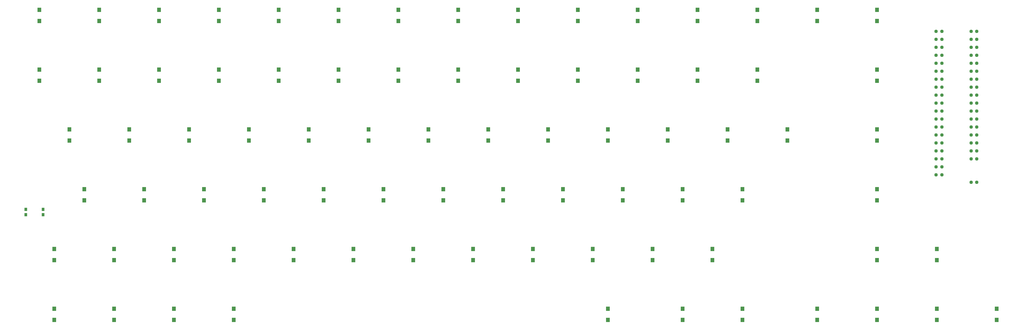
<source format=gbr>
%TF.GenerationSoftware,KiCad,Pcbnew,7.0.10*%
%TF.CreationDate,2024-01-23T11:20:41-03:00*%
%TF.ProjectId,PCB,5043422e-6b69-4636-9164-5f7063625858,V1.0*%
%TF.SameCoordinates,Original*%
%TF.FileFunction,Paste,Top*%
%TF.FilePolarity,Positive*%
%FSLAX46Y46*%
G04 Gerber Fmt 4.6, Leading zero omitted, Abs format (unit mm)*
G04 Created by KiCad (PCBNEW 7.0.10) date 2024-01-23 11:20:41*
%MOMM*%
%LPD*%
G01*
G04 APERTURE LIST*
G04 Aperture macros list*
%AMRoundRect*
0 Rectangle with rounded corners*
0 $1 Rounding radius*
0 $2 $3 $4 $5 $6 $7 $8 $9 X,Y pos of 4 corners*
0 Add a 4 corners polygon primitive as box body*
4,1,4,$2,$3,$4,$5,$6,$7,$8,$9,$2,$3,0*
0 Add four circle primitives for the rounded corners*
1,1,$1+$1,$2,$3*
1,1,$1+$1,$4,$5*
1,1,$1+$1,$6,$7*
1,1,$1+$1,$8,$9*
0 Add four rect primitives between the rounded corners*
20,1,$1+$1,$2,$3,$4,$5,0*
20,1,$1+$1,$4,$5,$6,$7,0*
20,1,$1+$1,$6,$7,$8,$9,0*
20,1,$1+$1,$8,$9,$2,$3,0*%
G04 Aperture macros list end*
%ADD10R,1.300000X1.400000*%
%ADD11RoundRect,0.237500X0.250000X0.237500X-0.250000X0.237500X-0.250000X-0.237500X0.250000X-0.237500X0*%
%ADD12RoundRect,0.237500X-0.250000X-0.237500X0.250000X-0.237500X0.250000X0.237500X-0.250000X0.237500X0*%
%ADD13R,0.914000X1.000000*%
G04 APERTURE END LIST*
D10*
%TO.C,D17*%
X65881250Y-58925000D03*
X65881250Y-55375000D03*
%TD*%
%TO.C,D71*%
X51593750Y-135125000D03*
X51593750Y-131575000D03*
%TD*%
%TO.C,D24*%
X199231250Y-58925000D03*
X199231250Y-55375000D03*
%TD*%
%TO.C,D13*%
X275431250Y-39875000D03*
X275431250Y-36325000D03*
%TD*%
D11*
%TO.C,R26*%
X345281250Y-68583796D03*
X343456250Y-68583796D03*
%TD*%
D12*
%TO.C,R36*%
X332335500Y-53340000D03*
X334160500Y-53340000D03*
%TD*%
D10*
%TO.C,D12*%
X256381250Y-39875000D03*
X256381250Y-36325000D03*
%TD*%
%TO.C,D57*%
X51593750Y-116075000D03*
X51593750Y-112525000D03*
%TD*%
%TO.C,D22*%
X161131250Y-58925000D03*
X161131250Y-55375000D03*
%TD*%
D12*
%TO.C,R30*%
X332335500Y-63500000D03*
X334160500Y-63500000D03*
%TD*%
D10*
%TO.C,D60*%
X108743750Y-116075000D03*
X108743750Y-112525000D03*
%TD*%
%TO.C,D9*%
X199231250Y-39875000D03*
X199231250Y-36325000D03*
%TD*%
D11*
%TO.C,R18*%
X345281250Y-76203796D03*
X343456250Y-76203796D03*
%TD*%
D10*
%TO.C,D3*%
X84931250Y-39875000D03*
X84931250Y-36325000D03*
%TD*%
%TO.C,D33*%
X113506250Y-77975000D03*
X113506250Y-74425000D03*
%TD*%
%TO.C,D10*%
X218281250Y-39875000D03*
X218281250Y-36325000D03*
%TD*%
%TO.C,D29*%
X313531250Y-58925000D03*
X313531250Y-55375000D03*
%TD*%
D12*
%TO.C,R2*%
X332335500Y-86360000D03*
X334160500Y-86360000D03*
%TD*%
D10*
%TO.C,D43*%
X313531250Y-77975000D03*
X313531250Y-74425000D03*
%TD*%
D11*
%TO.C,R24*%
X345281250Y-45723796D03*
X343456250Y-45723796D03*
%TD*%
D10*
%TO.C,D27*%
X256381250Y-58925000D03*
X256381250Y-55375000D03*
%TD*%
%TO.C,D78*%
X294481250Y-135125000D03*
X294481250Y-131575000D03*
%TD*%
%TO.C,D64*%
X184943750Y-116075000D03*
X184943750Y-112525000D03*
%TD*%
%TO.C,D44*%
X61118750Y-97025000D03*
X61118750Y-93475000D03*
%TD*%
%TO.C,D31*%
X75406250Y-77975000D03*
X75406250Y-74425000D03*
%TD*%
D12*
%TO.C,R3*%
X343456250Y-73663796D03*
X345281250Y-73663796D03*
%TD*%
D11*
%TO.C,R25*%
X345281250Y-43183796D03*
X343456250Y-43183796D03*
%TD*%
D10*
%TO.C,D34*%
X132556250Y-77975000D03*
X132556250Y-74425000D03*
%TD*%
D11*
%TO.C,R17*%
X345281250Y-78743796D03*
X343456250Y-78743796D03*
%TD*%
D10*
%TO.C,D63*%
X165893750Y-116075000D03*
X165893750Y-112525000D03*
%TD*%
D12*
%TO.C,R6*%
X332335500Y-43180000D03*
X334160500Y-43180000D03*
%TD*%
D10*
%TO.C,D77*%
X270668750Y-135125000D03*
X270668750Y-131575000D03*
%TD*%
%TO.C,D38*%
X208756250Y-77975000D03*
X208756250Y-74425000D03*
%TD*%
%TO.C,D35*%
X151606250Y-77975000D03*
X151606250Y-74425000D03*
%TD*%
%TO.C,D16*%
X46831250Y-58925000D03*
X46831250Y-55375000D03*
%TD*%
%TO.C,D39*%
X227806250Y-77975000D03*
X227806250Y-74425000D03*
%TD*%
D12*
%TO.C,R5*%
X343456250Y-71123796D03*
X345281250Y-71123796D03*
%TD*%
D11*
%TO.C,R20*%
X345281250Y-55883796D03*
X343456250Y-55883796D03*
%TD*%
D10*
%TO.C,D21*%
X142081250Y-58925000D03*
X142081250Y-55375000D03*
%TD*%
%TO.C,D48*%
X137318750Y-97025000D03*
X137318750Y-93475000D03*
%TD*%
%TO.C,D40*%
X246856250Y-77975000D03*
X246856250Y-74425000D03*
%TD*%
%TO.C,D45*%
X80168750Y-97025000D03*
X80168750Y-93475000D03*
%TD*%
D11*
%TO.C,R23*%
X345281250Y-48263796D03*
X343456250Y-48263796D03*
%TD*%
D10*
%TO.C,D26*%
X237331250Y-58925000D03*
X237331250Y-55375000D03*
%TD*%
%TO.C,D62*%
X146843750Y-116075000D03*
X146843750Y-112525000D03*
%TD*%
%TO.C,D67*%
X242093750Y-116075000D03*
X242093750Y-112525000D03*
%TD*%
D12*
%TO.C,R8*%
X332335500Y-58420000D03*
X334160500Y-58420000D03*
%TD*%
%TO.C,R32*%
X332335500Y-68580000D03*
X334160500Y-68580000D03*
%TD*%
%TO.C,R31*%
X332335500Y-66040000D03*
X334160500Y-66040000D03*
%TD*%
D10*
%TO.C,D2*%
X65881250Y-39875000D03*
X65881250Y-36325000D03*
%TD*%
D12*
%TO.C,R4*%
X332335500Y-45720000D03*
X334160500Y-45720000D03*
%TD*%
D10*
%TO.C,D1*%
X46831250Y-39875000D03*
X46831250Y-36325000D03*
%TD*%
D11*
%TO.C,R14*%
X345281250Y-60963796D03*
X343456250Y-60963796D03*
%TD*%
D10*
%TO.C,D15*%
X313531250Y-39875000D03*
X313531250Y-36325000D03*
%TD*%
%TO.C,D66*%
X223043750Y-116075000D03*
X223043750Y-112525000D03*
%TD*%
D11*
%TO.C,R27*%
X345281250Y-66043796D03*
X343456250Y-66043796D03*
%TD*%
D10*
%TO.C,D20*%
X123031250Y-58925000D03*
X123031250Y-55375000D03*
%TD*%
%TO.C,D53*%
X232568750Y-97025000D03*
X232568750Y-93475000D03*
%TD*%
%TO.C,D65*%
X203993750Y-116075000D03*
X203993750Y-112525000D03*
%TD*%
%TO.C,D73*%
X89693750Y-135125000D03*
X89693750Y-131575000D03*
%TD*%
%TO.C,D46*%
X99218750Y-97025000D03*
X99218750Y-93475000D03*
%TD*%
%TO.C,D7*%
X161131250Y-39875000D03*
X161131250Y-36325000D03*
%TD*%
%TO.C,D8*%
X180181250Y-39875000D03*
X180181250Y-36325000D03*
%TD*%
%TO.C,D79*%
X313531250Y-135125000D03*
X313531250Y-131575000D03*
%TD*%
%TO.C,D68*%
X261143750Y-116075000D03*
X261143750Y-112525000D03*
%TD*%
D12*
%TO.C,R1*%
X332335500Y-88900000D03*
X334160500Y-88900000D03*
%TD*%
D10*
%TO.C,D56*%
X313531250Y-97025000D03*
X313531250Y-93475000D03*
%TD*%
%TO.C,D32*%
X94456250Y-77975000D03*
X94456250Y-74425000D03*
%TD*%
%TO.C,D52*%
X213518750Y-97025000D03*
X213518750Y-93475000D03*
%TD*%
%TO.C,D61*%
X127793750Y-116075000D03*
X127793750Y-112525000D03*
%TD*%
%TO.C,D75*%
X227806250Y-135125000D03*
X227806250Y-131575000D03*
%TD*%
D11*
%TO.C,R15*%
X345281250Y-83823796D03*
X343456250Y-83823796D03*
%TD*%
D10*
%TO.C,D36*%
X170656250Y-77975000D03*
X170656250Y-74425000D03*
%TD*%
%TO.C,D5*%
X123031250Y-39875000D03*
X123031250Y-36325000D03*
%TD*%
D11*
%TO.C,R16*%
X345281250Y-81283796D03*
X343456250Y-81283796D03*
%TD*%
%TO.C,R34*%
X345281250Y-58423796D03*
X343456250Y-58423796D03*
%TD*%
D10*
%TO.C,D28*%
X275431250Y-58925000D03*
X275431250Y-55375000D03*
%TD*%
%TO.C,D19*%
X103981250Y-58925000D03*
X103981250Y-55375000D03*
%TD*%
D12*
%TO.C,R12*%
X332335500Y-81280000D03*
X334160500Y-81280000D03*
%TD*%
%TO.C,R37*%
X343456250Y-91281250D03*
X345281250Y-91281250D03*
%TD*%
%TO.C,R35*%
X332335500Y-50800000D03*
X334160500Y-50800000D03*
%TD*%
D11*
%TO.C,R21*%
X345281250Y-53343796D03*
X343456250Y-53343796D03*
%TD*%
D10*
%TO.C,D25*%
X218281250Y-58925000D03*
X218281250Y-55375000D03*
%TD*%
%TO.C,D30*%
X56356250Y-77975000D03*
X56356250Y-74425000D03*
%TD*%
D11*
%TO.C,R9*%
X334160500Y-73660000D03*
X332335500Y-73660000D03*
%TD*%
D10*
%TO.C,D14*%
X294481250Y-39875000D03*
X294481250Y-36325000D03*
%TD*%
%TO.C,D42*%
X284956250Y-77975000D03*
X284956250Y-74425000D03*
%TD*%
%TO.C,D37*%
X189706250Y-77975000D03*
X189706250Y-74425000D03*
%TD*%
D12*
%TO.C,R33*%
X332335500Y-55880000D03*
X334160500Y-55880000D03*
%TD*%
D10*
%TO.C,D41*%
X265906250Y-77975000D03*
X265906250Y-74425000D03*
%TD*%
%TO.C,D81*%
X351631250Y-135125000D03*
X351631250Y-131575000D03*
%TD*%
D12*
%TO.C,R29*%
X332335500Y-60960000D03*
X334160500Y-60960000D03*
%TD*%
D10*
%TO.C,D4*%
X103981250Y-39875000D03*
X103981250Y-36325000D03*
%TD*%
%TO.C,D50*%
X175418750Y-97025000D03*
X175418750Y-93475000D03*
%TD*%
%TO.C,D6*%
X142081250Y-39875000D03*
X142081250Y-36325000D03*
%TD*%
%TO.C,D23*%
X180181250Y-58925000D03*
X180181250Y-55375000D03*
%TD*%
%TO.C,D55*%
X270668750Y-97025000D03*
X270668750Y-93475000D03*
%TD*%
%TO.C,D49*%
X156368750Y-97025000D03*
X156368750Y-93475000D03*
%TD*%
D12*
%TO.C,R10*%
X332335500Y-83820000D03*
X334160500Y-83820000D03*
%TD*%
D11*
%TO.C,R7*%
X334160500Y-71120000D03*
X332335500Y-71120000D03*
%TD*%
%TO.C,R19*%
X345281250Y-63503796D03*
X343456250Y-63503796D03*
%TD*%
%TO.C,R13*%
X334160500Y-78740000D03*
X332335500Y-78740000D03*
%TD*%
D10*
%TO.C,D47*%
X118268750Y-97025000D03*
X118268750Y-93475000D03*
%TD*%
%TO.C,D76*%
X251618750Y-135125000D03*
X251618750Y-131575000D03*
%TD*%
%TO.C,D51*%
X194468750Y-97025000D03*
X194468750Y-93475000D03*
%TD*%
%TO.C,D58*%
X70643750Y-116075000D03*
X70643750Y-112525000D03*
%TD*%
%TO.C,D74*%
X108743750Y-135125000D03*
X108743750Y-131575000D03*
%TD*%
%TO.C,D80*%
X332581250Y-135125000D03*
X332581250Y-131575000D03*
%TD*%
D12*
%TO.C,R28*%
X332335500Y-48260000D03*
X334160500Y-48260000D03*
%TD*%
D10*
%TO.C,D69*%
X313531250Y-116075000D03*
X313531250Y-112525000D03*
%TD*%
%TO.C,D18*%
X84931250Y-58925000D03*
X84931250Y-55375000D03*
%TD*%
%TO.C,D11*%
X237331250Y-39875000D03*
X237331250Y-36325000D03*
%TD*%
D11*
%TO.C,R11*%
X334160500Y-76200000D03*
X332335500Y-76200000D03*
%TD*%
%TO.C,R22*%
X345281250Y-50803796D03*
X343456250Y-50803796D03*
%TD*%
D10*
%TO.C,D59*%
X89693750Y-116075000D03*
X89693750Y-112525000D03*
%TD*%
%TO.C,D54*%
X251618750Y-97025000D03*
X251618750Y-93475000D03*
%TD*%
%TO.C,D70*%
X332581250Y-116075000D03*
X332581250Y-112525000D03*
%TD*%
%TO.C,D72*%
X70643750Y-135125000D03*
X70643750Y-131575000D03*
%TD*%
D13*
%TO.C,L1*%
X47986750Y-99850000D03*
X47986750Y-101600000D03*
X42500750Y-101600000D03*
X42500750Y-99850000D03*
%TD*%
M02*

</source>
